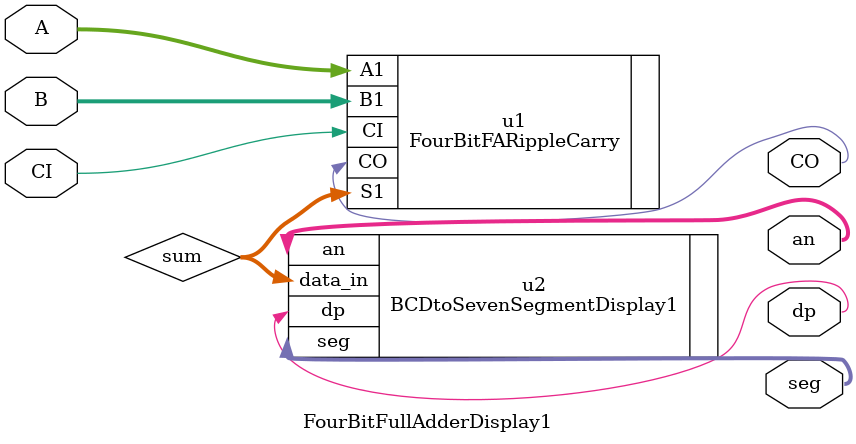
<source format=v>
`timescale 1ns / 1ps


module FourBitFullAdderDisplay1(A,B,CI,seg, an, dp, CO);
    input [3:0] A,B;
    input CI;
    output [6:0] seg;
    output [3:0] an;
    output dp;
    output CO;

    wire [3:0] sum;

    FourBitFARippleCarry u1(.A1(A), .B1(B), .CI(CI), .S1(sum), .CO(CO));
    BCDtoSevenSegmentDisplay1 u2(.data_in(sum), .seg(seg), .an(an), .dp(dp));
    
endmodule


</source>
